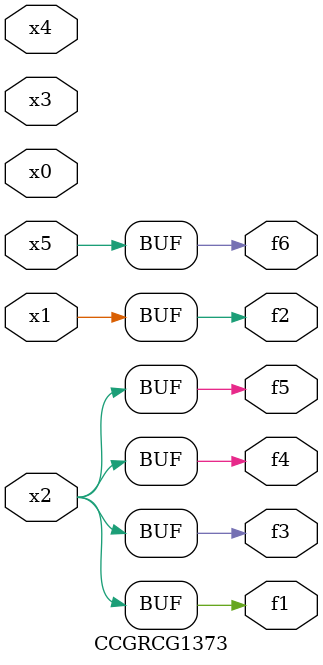
<source format=v>
module CCGRCG1373(
	input x0, x1, x2, x3, x4, x5,
	output f1, f2, f3, f4, f5, f6
);
	assign f1 = x2;
	assign f2 = x1;
	assign f3 = x2;
	assign f4 = x2;
	assign f5 = x2;
	assign f6 = x5;
endmodule

</source>
